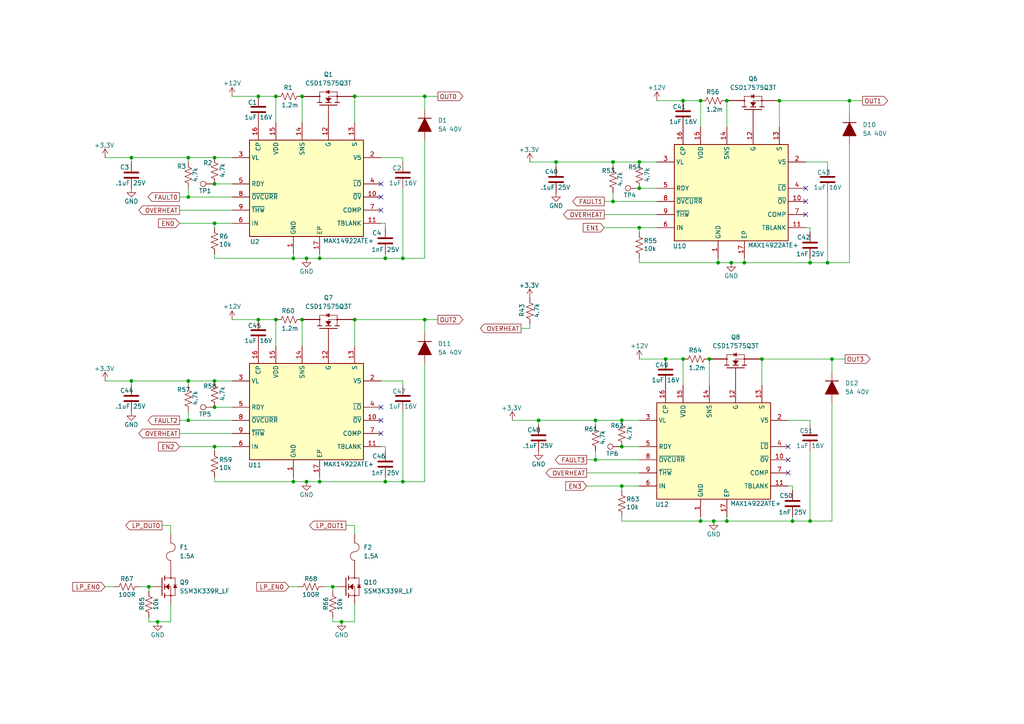
<source format=kicad_sch>
(kicad_sch (version 20231120) (generator "eeschema") (generator_version "8.0")
  (paper "A4")
  (lib_symbols
    (symbol "Sullivan-Labs:CAP_.1uF_25V_0402" (pin_numbers hide) (pin_names (offset 0.254) hide)
      (property "Reference" "C" (at 0.635 2.54 0))
      (property "Value" ".1uF 25V" (at 0.635 -2.54 0))
      (symbol "CAP_.1uF_25V_0402_1_1"
        (pin passive line (at 0 3.81 270) (length 2.794) (name "~") (number "1"))
        (pin passive line (at 0 -3.81 90) (length 2.794) (name "~") (number "2"))
      )
    )
    (symbol "Sullivan-Labs:CAP_1nF_25V_0402" (pin_numbers hide) (pin_names (offset 0.254) hide)
      (property "Reference" "C" (at 0.635 2.54 0))
      (property "Value" "1nF 25V" (at 0.635 -2.54 0))
      (symbol "CAP_1nF_25V_0402_1_1"
        (pin passive line (at 0 3.81 270) (length 2.794) (name "~") (number "1"))
        (pin passive line (at 0 -3.81 90) (length 2.794) (name "~") (number "2"))
      )
    )
    (symbol "Sullivan-Labs:CAP_1uF_16V_0402" (pin_numbers hide) (pin_names (offset 0.254) hide)
      (property "Reference" "C" (at 0.635 2.54 0))
      (property "Value" "1uF 16V" (at 0.635 -2.54 0))
      (symbol "CAP_1uF_16V_0402_1_1"
        (pin passive line (at 0 3.81 270) (length 2.794) (name "~") (number "1"))
        (pin passive line (at 0 -3.81 90) (length 2.794) (name "~") (number "2"))
      )
    )
    (symbol "Sullivan-Labs:DIODE 5A 40V Schottkey" (pin_numbers hide) (pin_names hide)
      (property "Reference" "D" (at 0.762 4.318 0))
      (property "Value" "5A 40V" (at 1.016 -3.048 0))
      (symbol "DIODE 5A 40V Schottkey_1_1"
        (pin passive line (at 0 0 0) (length 2.54) (name "K") (number "1"))
        (pin passive line (at 8.89 0 180) (length 2.54) (name "A") (number "2"))
      )
    )
    (symbol "Sullivan-Labs:FUSE 1.5A Fast Blow" (pin_numbers hide) (pin_names (offset 1.016) hide)
      (property "Reference" "F" (at -4.318 1.016 0))
      (property "Value" "1.5A" (at -3.556 -2.794 0))
      (symbol "FUSE 1.5A Fast Blow_0_0"
        (pin passive line (at -5.08 0 0) (length 2.54) (name "~") (number "1"))
        (pin passive line (at 5.08 0 180) (length 2.54) (name "~") (number "2"))
      )
    )
    (symbol "Sullivan-Labs:IC High Side Switch Ex FET"
      (property "Reference" "U" (at 21.59 15.24 0))
      (property "Value" "MAX14922ATE+" (at 21.59 12.7 0))
      (symbol "IC High Side Switch Ex FET_1_1"
        (pin passive line (at 17.78 -22.86 90) (length 5.08) (name "GND") (number "1"))
        (pin passive line (at 43.18 -6.35 180) (length 5.08) (name "~{OV}") (number "10"))
        (pin passive line (at 43.18 -13.97 180) (length 5.08) (name "TBLANK") (number "11"))
        (pin passive line (at 27.94 15.24 270) (length 5.08) (name "G") (number "12"))
        (pin passive line (at 35.56 15.24 270) (length 5.08) (name "S") (number "13"))
        (pin passive line (at 20.32 15.24 270) (length 5.08) (name "SNS") (number "14"))
        (pin passive line (at 12.7 15.24 270) (length 5.08) (name "VDD") (number "15"))
        (pin passive line (at 7.62 15.24 270) (length 5.08) (name "CP") (number "16"))
        (pin passive line (at 25.4 -22.86 90) (length 5.08) (name "EP") (number "17"))
        (pin passive line (at 43.18 5.08 180) (length 5.08) (name "V5") (number "2"))
        (pin passive line (at 0 5.08 0) (length 5.08) (name "VL") (number "3"))
        (pin passive line (at 43.18 -2.54 180) (length 5.08) (name "~{LO}") (number "4"))
        (pin passive line (at 0 -2.54 0) (length 5.08) (name "RDY") (number "5"))
        (pin passive line (at 0 -13.97 0) (length 5.08) (name "IN") (number "6"))
        (pin passive line (at 43.18 -10.16 180) (length 5.08) (name "COMP") (number "7"))
        (pin passive line (at 0 -6.35 0) (length 5.08) (name "~{OVCURR}") (number "8"))
        (pin passive line (at 0 -10.16 0) (length 5.08) (name "~{THW}") (number "9"))
      )
    )
    (symbol "Sullivan-Labs:NMOS 40V 2A" (pin_numbers hide) (pin_names (offset 0.254) hide)
      (property "Reference" "Q" (at -3.048 -3.048 0))
      (property "Value" "SSM3K339R_LF" (at -3.048 -11.938 0))
      (symbol "NMOS 40V 2A_0_1"
        (pin unspecified line (at 1.27 -7.62 0) (length 2.54) (name "1") (number "1"))
        (pin unspecified line (at 6.35 -12.7 90) (length 2.54) (name "2") (number "2"))
        (pin unspecified line (at 6.35 -2.54 270) (length 2.54) (name "3") (number "3"))
      )
    )
    (symbol "Sullivan-Labs:NMOS 60A 30V" (pin_numbers hide) (pin_names (offset 1.016) hide)
      (property "Reference" "Q" (at -12.7 8.62 0))
      (property "Value" "CSD17575Q3T" (at -12.7 -11.62 0))
      (symbol "NMOS 60A 30V_0_0"
        (pin bidirectional line (at 2.54 -7.62 90) (length 5.08) (name "S") (number "1"))
        (pin bidirectional line (at 2.54 -7.62 90) (length 5.08) (name "S") (number "2"))
        (pin bidirectional line (at 2.54 -7.62 90) (length 5.08) (name "S") (number "3"))
        (pin bidirectional line (at -5.08 0 0) (length 5.08) (name "G") (number "4"))
        (pin bidirectional line (at 2.54 7.62 270) (length 5.08) (name "D") (number "5"))
        (pin bidirectional line (at 2.54 7.62 270) (length 5.08) (name "D") (number "6"))
        (pin bidirectional line (at 2.54 7.62 270) (length 5.08) (name "D") (number "7"))
        (pin bidirectional line (at 2.54 7.62 270) (length 5.08) (name "D") (number "8"))
        (pin bidirectional line (at 2.54 7.62 270) (length 5.08) (name "D") (number "9"))
      )
    )
    (symbol "Sullivan-Labs:RES_1.2m_2512" (pin_numbers hide) (pin_names (offset 0) hide)
      (property "Reference" "R" (at 2.54 0 90))
      (property "Value" "1.2m" (at -2.54 0 90))
      (symbol "RES_1.2m_2512_1_1"
        (pin passive line (at 0 3.81 270) (length 1.27) (name "~") (number "1"))
        (pin passive line (at 0 -3.81 90) (length 1.27) (name "~") (number "2"))
      )
    )
    (symbol "Sullivan-Labs:RES_100R_0402" (pin_numbers hide) (pin_names (offset 0) hide)
      (property "Reference" "R" (at 2.54 0 90))
      (property "Value" "100R" (at -2.54 0 90))
      (symbol "RES_100R_0402_1_1"
        (pin passive line (at 0 3.81 270) (length 1.27) (name "~") (number "1"))
        (pin passive line (at 0 -3.81 90) (length 1.27) (name "~") (number "2"))
      )
    )
    (symbol "Sullivan-Labs:RES_10k_0402" (pin_numbers hide) (pin_names (offset 0) hide)
      (property "Reference" "R" (at 2.54 0 90))
      (property "Value" "10k" (at -2.54 0 90))
      (symbol "RES_10k_0402_1_1"
        (pin passive line (at 0 3.81 270) (length 1.27) (name "~") (number "1"))
        (pin passive line (at 0 -3.81 90) (length 1.27) (name "~") (number "2"))
      )
    )
    (symbol "Sullivan-Labs:RES_4.7k_0402" (pin_numbers hide) (pin_names (offset 0) hide)
      (property "Reference" "R" (at 2.54 0 90))
      (property "Value" "4.7k" (at -2.54 0 90))
      (symbol "RES_4.7k_0402_1_1"
        (pin passive line (at 0 3.81 270) (length 1.27) (name "~") (number "1"))
        (pin passive line (at 0 -3.81 90) (length 1.27) (name "~") (number "2"))
      )
    )
    (symbol "Sullivan-Labs:TP 1mm Circle" (pin_numbers hide) (pin_names (offset 0.762) hide) (in_bom no)
      (property "Reference" "TP" (at 0 6.858 0))
      (symbol "TP 1mm Circle_1_1"
        (pin passive line (at 0 0 90) (length 2.54) (name "1") (number "1"))
      )
    )
    (symbol "power:+12V" (power) (pin_numbers hide) (pin_names (offset 0) hide)
      (property "Value" "+12V" (at 0 3.556 0))
      (symbol "+12V_1_1"
        (pin power_in line (at 0 0 90) (length 0) (name "~") (number "1"))
      )
    )
    (symbol "power:+3.3V" (power) (pin_numbers hide) (pin_names (offset 0) hide)
      (property "Value" "+3.3V" (at 0 3.556 0))
      (symbol "+3.3V_1_1"
        (pin power_in line (at 0 0 90) (length 0) (name "~") (number "1"))
      )
    )
    (symbol "power:GND" (power) (pin_numbers hide) (pin_names (offset 0) hide)
      (property "Value" "GND" (at 0 -3.81 0))
      (symbol "GND_1_1"
        (pin power_in line (at 0 0 270) (length 0) (name "~") (number "1"))
      )
    )
  )
  (junction (at 62.23 64.77))
  (junction (at 123.19 27.94))
  (junction (at 43.18 170.18))
  (junction (at 96.52 170.18))
  (junction (at 54.61 57.15))
  (junction (at 208.28 76.2))
  (junction (at 215.9 76.2))
  (junction (at 193.04 104.14))
  (junction (at 185.42 46.99))
  (junction (at 226.06 29.21))
  (junction (at 180.34 121.92))
  (junction (at 180.34 140.97))
  (junction (at 85.09 74.93))
  (junction (at 62.23 45.72))
  (junction (at 172.72 121.92))
  (junction (at 234.95 76.2))
  (junction (at 102.87 92.71))
  (junction (at 172.72 133.35))
  (junction (at 229.87 151.13))
  (junction (at 205.74 104.14))
  (junction (at 92.71 139.7))
  (junction (at 111.76 139.7))
  (junction (at 246.38 29.21))
  (junction (at 87.63 27.94))
  (junction (at 54.61 45.72))
  (junction (at 88.9 74.93))
  (junction (at 80.01 92.71))
  (junction (at 38.1 110.49))
  (junction (at 45.72 180.34))
  (junction (at 116.84 139.7))
  (junction (at 198.12 104.14))
  (junction (at 210.82 29.21))
  (junction (at 92.71 74.93))
  (junction (at 207.01 151.13))
  (junction (at 203.2 29.21))
  (junction (at 180.34 129.54))
  (junction (at 54.61 121.92))
  (junction (at 54.61 110.49))
  (junction (at 241.3 104.14))
  (junction (at 102.87 27.94))
  (junction (at 62.23 53.34))
  (junction (at 177.8 58.42))
  (junction (at 62.23 110.49))
  (junction (at 203.2 151.13))
  (junction (at 38.1 45.72))
  (junction (at 198.12 29.21))
  (junction (at 123.19 92.71))
  (junction (at 80.01 27.94))
  (junction (at 210.82 151.13))
  (junction (at 62.23 118.11))
  (junction (at 185.42 54.61))
  (junction (at 161.29 46.99))
  (junction (at 111.76 74.93))
  (junction (at 74.93 27.94))
  (junction (at 85.09 139.7))
  (junction (at 74.93 92.71))
  (junction (at 220.98 104.14))
  (junction (at 234.95 151.13))
  (junction (at 116.84 74.93))
  (junction (at 156.21 121.92))
  (junction (at 185.42 66.04))
  (junction (at 177.8 46.99))
  (junction (at 62.23 129.54))
  (junction (at 87.63 92.71))
  (junction (at 212.09 76.2))
  (junction (at 88.9 139.7))
  (junction (at 240.03 76.2))
  (junction (at 99.06 180.34))
  (no_connect (at 110.49 125.73))
  (no_connect (at 110.49 57.15))
  (no_connect (at 110.49 118.11))
  (no_connect (at 228.6 137.16))
  (no_connect (at 228.6 133.35))
  (no_connect (at 233.68 54.61))
  (no_connect (at 233.68 58.42))
  (no_connect (at 233.68 62.23))
  (no_connect (at 110.49 53.34))
  (no_connect (at 110.49 121.92))
  (no_connect (at 110.49 60.96))
  (no_connect (at 228.6 129.54))
  (wire (pts (xy 92.71 138.43) (xy 92.71 139.7)))
  (wire (pts (xy 116.84 110.49) (xy 116.84 111.76)))
  (wire (pts (xy 62.23 74.93) (xy 62.23 73.66)))
  (wire (pts (xy 38.1 111.76) (xy 38.1 110.49)))
  (wire (pts (xy 67.31 92.71) (xy 74.93 92.71)))
  (wire (pts (xy 190.5 58.42) (xy 177.8 58.42)))
  (wire (pts (xy 123.19 92.71) (xy 127 92.71)))
  (wire (pts (xy 80.01 35.56) (xy 80.01 27.94)))
  (wire (pts (xy 38.1 110.49) (xy 54.61 110.49)))
  (wire (pts (xy 54.61 57.15) (xy 52.07 57.15)))
  (wire (pts (xy 40.64 170.18) (xy 43.18 170.18)))
  (wire (pts (xy 185.42 66.04) (xy 190.5 66.04)))
  (wire (pts (xy 96.52 180.34) (xy 99.06 180.34)))
  (wire (pts (xy 62.23 110.49) (xy 67.31 110.49)))
  (wire (pts (xy 240.03 46.99) (xy 240.03 48.26)))
  (wire (pts (xy 172.72 121.92) (xy 180.34 121.92)))
  (wire (pts (xy 87.63 92.71) (xy 87.63 100.33)))
  (wire (pts (xy 210.82 151.13) (xy 229.87 151.13)))
  (wire (pts (xy 185.42 76.2) (xy 208.28 76.2)))
  (wire (pts (xy 43.18 179.07) (xy 43.18 180.34)))
  (wire (pts (xy 54.61 121.92) (xy 54.61 119.38)))
  (wire (pts (xy 180.34 121.92) (xy 185.42 121.92)))
  (wire (pts (xy 210.82 29.21) (xy 210.82 36.83)))
  (wire (pts (xy 102.87 92.71) (xy 123.19 92.71)))
  (wire (pts (xy 198.12 29.21) (xy 203.2 29.21)))
  (wire (pts (xy 43.18 180.34) (xy 45.72 180.34)))
  (wire (pts (xy 198.12 111.76) (xy 198.12 104.14)))
  (wire (pts (xy 180.34 151.13) (xy 180.34 149.86)))
  (wire (pts (xy 54.61 121.92) (xy 52.07 121.92)))
  (wire (pts (xy 54.61 45.72) (xy 62.23 45.72)))
  (wire (pts (xy 233.68 46.99) (xy 240.03 46.99)))
  (wire (pts (xy 62.23 118.11) (xy 67.31 118.11)))
  (wire (pts (xy 92.71 73.66) (xy 92.71 74.93)))
  (wire (pts (xy 62.23 64.77) (xy 67.31 64.77)))
  (wire (pts (xy 210.82 149.86) (xy 210.82 151.13)))
  (wire (pts (xy 74.93 27.94) (xy 80.01 27.94)))
  (wire (pts (xy 87.63 27.94) (xy 87.63 35.56)))
  (wire (pts (xy 220.98 104.14) (xy 241.3 104.14)))
  (wire (pts (xy 43.18 170.18) (xy 44.45 170.18)))
  (wire (pts (xy 54.61 111.76) (xy 54.61 110.49)))
  (wire (pts (xy 62.23 130.81) (xy 62.23 129.54)))
  (wire (pts (xy 52.07 64.77) (xy 62.23 64.77)))
  (wire (pts (xy 93.98 170.18) (xy 96.52 170.18)))
  (wire (pts (xy 85.09 138.43) (xy 85.09 139.7)))
  (wire (pts (xy 38.1 45.72) (xy 54.61 45.72)))
  (wire (pts (xy 111.76 64.77) (xy 111.76 66.04)))
  (wire (pts (xy 30.48 110.49) (xy 38.1 110.49)))
  (wire (pts (xy 185.42 54.61) (xy 190.5 54.61)))
  (wire (pts (xy 172.72 123.19) (xy 172.72 121.92)))
  (wire (pts (xy 30.48 170.18) (xy 33.02 170.18)))
  (wire (pts (xy 241.3 104.14) (xy 245.11 104.14)))
  (wire (pts (xy 123.19 105.41) (xy 123.19 139.7)))
  (wire (pts (xy 190.5 29.21) (xy 198.12 29.21)))
  (wire (pts (xy 85.09 74.93) (xy 88.9 74.93)))
  (wire (pts (xy 92.71 74.93) (xy 111.76 74.93)))
  (wire (pts (xy 110.49 110.49) (xy 116.84 110.49)))
  (wire (pts (xy 102.87 175.26) (xy 102.87 180.34)))
  (wire (pts (xy 161.29 46.99) (xy 177.8 46.99)))
  (wire (pts (xy 185.42 67.31) (xy 185.42 66.04)))
  (wire (pts (xy 67.31 27.94) (xy 74.93 27.94)))
  (wire (pts (xy 185.42 76.2) (xy 185.42 74.93)))
  (wire (pts (xy 123.19 74.93) (xy 116.84 74.93)))
  (wire (pts (xy 62.23 53.34) (xy 67.31 53.34)))
  (wire (pts (xy 123.19 27.94) (xy 127 27.94)))
  (wire (pts (xy 102.87 100.33) (xy 102.87 92.71)))
  (wire (pts (xy 111.76 73.66) (xy 111.76 74.93)))
  (wire (pts (xy 229.87 149.86) (xy 229.87 151.13)))
  (wire (pts (xy 111.76 74.93) (xy 116.84 74.93)))
  (wire (pts (xy 62.23 139.7) (xy 85.09 139.7)))
  (wire (pts (xy 67.31 57.15) (xy 54.61 57.15)))
  (wire (pts (xy 246.38 29.21) (xy 246.38 33.02)))
  (wire (pts (xy 215.9 76.2) (xy 234.95 76.2)))
  (wire (pts (xy 85.09 73.66) (xy 85.09 74.93)))
  (wire (pts (xy 177.8 58.42) (xy 175.26 58.42)))
  (wire (pts (xy 234.95 130.81) (xy 234.95 151.13)))
  (wire (pts (xy 99.06 180.34) (xy 102.87 180.34)))
  (wire (pts (xy 180.34 129.54) (xy 185.42 129.54)))
  (wire (pts (xy 229.87 151.13) (xy 234.95 151.13)))
  (wire (pts (xy 185.42 133.35) (xy 172.72 133.35)))
  (wire (pts (xy 123.19 27.94) (xy 123.19 31.75)))
  (wire (pts (xy 220.98 111.76) (xy 220.98 104.14)))
  (wire (pts (xy 175.26 66.04) (xy 185.42 66.04)))
  (wire (pts (xy 212.09 76.2) (xy 215.9 76.2)))
  (wire (pts (xy 116.84 54.61) (xy 116.84 74.93)))
  (wire (pts (xy 116.84 119.38) (xy 116.84 139.7)))
  (wire (pts (xy 102.87 152.4) (xy 102.87 154.94)))
  (wire (pts (xy 80.01 100.33) (xy 80.01 92.71)))
  (wire (pts (xy 74.93 92.71) (xy 80.01 92.71)))
  (wire (pts (xy 116.84 45.72) (xy 116.84 46.99)))
  (wire (pts (xy 52.07 125.73) (xy 67.31 125.73)))
  (wire (pts (xy 228.6 121.92) (xy 234.95 121.92)))
  (wire (pts (xy 45.72 180.34) (xy 49.53 180.34)))
  (wire (pts (xy 96.52 170.18) (xy 97.79 170.18)))
  (wire (pts (xy 151.13 95.25) (xy 153.67 95.25)))
  (wire (pts (xy 170.18 140.97) (xy 180.34 140.97)))
  (wire (pts (xy 246.38 41.91) (xy 246.38 76.2)))
  (wire (pts (xy 62.23 139.7) (xy 62.23 138.43)))
  (wire (pts (xy 54.61 110.49) (xy 62.23 110.49)))
  (wire (pts (xy 92.71 139.7) (xy 111.76 139.7)))
  (wire (pts (xy 246.38 76.2) (xy 240.03 76.2)))
  (wire (pts (xy 241.3 104.14) (xy 241.3 107.95)))
  (wire (pts (xy 100.33 152.4) (xy 102.87 152.4)))
  (wire (pts (xy 38.1 46.99) (xy 38.1 45.72)))
  (wire (pts (xy 54.61 57.15) (xy 54.61 54.61)))
  (wire (pts (xy 111.76 139.7) (xy 116.84 139.7)))
  (wire (pts (xy 54.61 46.99) (xy 54.61 45.72)))
  (wire (pts (xy 62.23 66.04) (xy 62.23 64.77)))
  (wire (pts (xy 205.74 104.14) (xy 205.74 111.76)))
  (wire (pts (xy 123.19 92.71) (xy 123.19 96.52)))
  (wire (pts (xy 175.26 62.23) (xy 190.5 62.23)))
  (wire (pts (xy 62.23 74.93) (xy 85.09 74.93)))
  (wire (pts (xy 177.8 48.26) (xy 177.8 46.99)))
  (wire (pts (xy 153.67 93.98) (xy 153.67 95.25)))
  (wire (pts (xy 49.53 175.26) (xy 49.53 180.34)))
  (wire (pts (xy 111.76 138.43) (xy 111.76 139.7)))
  (wire (pts (xy 62.23 45.72) (xy 67.31 45.72)))
  (wire (pts (xy 180.34 140.97) (xy 185.42 140.97)))
  (wire (pts (xy 161.29 48.26) (xy 161.29 46.99)))
  (wire (pts (xy 185.42 46.99) (xy 190.5 46.99)))
  (wire (pts (xy 96.52 179.07) (xy 96.52 180.34)))
  (wire (pts (xy 148.59 121.92) (xy 156.21 121.92)))
  (wire (pts (xy 240.03 55.88) (xy 240.03 76.2)))
  (wire (pts (xy 110.49 45.72) (xy 116.84 45.72)))
  (wire (pts (xy 241.3 151.13) (xy 234.95 151.13)))
  (wire (pts (xy 203.2 149.86) (xy 203.2 151.13)))
  (wire (pts (xy 172.72 133.35) (xy 172.72 130.81)))
  (wire (pts (xy 88.9 74.93) (xy 92.71 74.93)))
  (wire (pts (xy 52.07 60.96) (xy 67.31 60.96)))
  (wire (pts (xy 207.01 151.13) (xy 210.82 151.13)))
  (wire (pts (xy 180.34 142.24) (xy 180.34 140.97)))
  (wire (pts (xy 110.49 129.54) (xy 111.76 129.54)))
  (wire (pts (xy 49.53 152.4) (xy 49.53 154.94)))
  (wire (pts (xy 208.28 74.93) (xy 208.28 76.2)))
  (wire (pts (xy 234.95 66.04) (xy 234.95 67.31)))
  (wire (pts (xy 233.68 66.04) (xy 234.95 66.04)))
  (wire (pts (xy 185.42 104.14) (xy 193.04 104.14)))
  (wire (pts (xy 246.38 29.21) (xy 250.19 29.21)))
  (wire (pts (xy 153.67 46.99) (xy 161.29 46.99)))
  (wire (pts (xy 228.6 140.97) (xy 229.87 140.97)))
  (wire (pts (xy 30.48 45.72) (xy 38.1 45.72)))
  (wire (pts (xy 208.28 76.2) (xy 212.09 76.2)))
  (wire (pts (xy 215.9 74.93) (xy 215.9 76.2)))
  (wire (pts (xy 203.2 151.13) (xy 207.01 151.13)))
  (wire (pts (xy 96.52 170.18) (xy 96.52 171.45)))
  (wire (pts (xy 102.87 35.56) (xy 102.87 27.94)))
  (wire (pts (xy 170.18 137.16) (xy 185.42 137.16)))
  (wire (pts (xy 52.07 129.54) (xy 62.23 129.54)))
  (wire (pts (xy 110.49 64.77) (xy 111.76 64.77)))
  (wire (pts (xy 241.3 116.84) (xy 241.3 151.13)))
  (wire (pts (xy 43.18 170.18) (xy 43.18 171.45)))
  (wire (pts (xy 229.87 140.97) (xy 229.87 142.24)))
  (wire (pts (xy 111.76 129.54) (xy 111.76 130.81)))
  (wire (pts (xy 102.87 27.94) (xy 123.19 27.94)))
  (wire (pts (xy 85.09 139.7) (xy 88.9 139.7)))
  (wire (pts (xy 226.06 36.83) (xy 226.06 29.21)))
  (wire (pts (xy 156.21 123.19) (xy 156.21 121.92)))
  (wire (pts (xy 156.21 121.92) (xy 172.72 121.92)))
  (wire (pts (xy 172.72 133.35) (xy 170.18 133.35)))
  (wire (pts (xy 226.06 29.21) (xy 246.38 29.21)))
  (wire (pts (xy 67.31 121.92) (xy 54.61 121.92)))
  (wire (pts (xy 234.95 76.2) (xy 240.03 76.2)))
  (wire (pts (xy 234.95 74.93) (xy 234.95 76.2)))
  (wire (pts (xy 123.19 40.64) (xy 123.19 74.93)))
  (wire (pts (xy 88.9 139.7) (xy 92.71 139.7)))
  (wire (pts (xy 46.99 152.4) (xy 49.53 152.4)))
  (wire (pts (xy 62.23 129.54) (xy 67.31 129.54)))
  (wire (pts (xy 203.2 36.83) (xy 203.2 29.21)))
  (wire (pts (xy 83.82 170.18) (xy 86.36 170.18)))
  (wire (pts (xy 177.8 58.42) (xy 177.8 55.88)))
  (wire (pts (xy 123.19 139.7) (xy 116.84 139.7)))
  (wire (pts (xy 177.8 46.99) (xy 185.42 46.99)))
  (wire (pts (xy 234.95 121.92) (xy 234.95 123.19)))
  (wire (pts (xy 180.34 151.13) (xy 203.2 151.13)))
  (wire (pts (xy 193.04 104.14) (xy 198.12 104.14)))
  (global_label "FAULT3" (shape output) (at 170.18 133.35 180) (property "Intersheetrefs" "${INTERSHEET_REFS}" (effects (hide yes))))
  (global_label "FAULT2" (shape output) (at 52.07 121.92 180) (property "Intersheetrefs" "${INTERSHEET_REFS}" (effects (hide yes))))
  (global_label "EN1" (shape input) (at 175.26 66.04 180) (property "Intersheetrefs" "${INTERSHEET_REFS}" (effects (hide yes))))
  (global_label "OUT0" (shape output) (at 127 27.94 0) (property "Intersheetrefs" "${INTERSHEET_REFS}" (effects (hide yes))))
  (global_label "LP_EN0" (shape input) (at 83.82 170.18 180) (property "Intersheetrefs" "${INTERSHEET_REFS}" (effects (hide yes))))
  (global_label "OUT3" (shape output) (at 245.11 104.14 0) (property "Intersheetrefs" "${INTERSHEET_REFS}" (effects (hide yes))))
  (global_label "LP_OUT0" (shape output) (at 46.99 152.4 180) (property "Intersheetrefs" "${INTERSHEET_REFS}" (effects (hide yes))))
  (global_label "OVERHEAT" (shape output) (at 170.18 137.16 180) (property "Intersheetrefs" "${INTERSHEET_REFS}" (effects (hide yes))))
  (global_label "FAULT0" (shape output) (at 52.07 57.15 180) (property "Intersheetrefs" "${INTERSHEET_REFS}" (effects (hide yes))))
  (global_label "EN0" (shape input) (at 52.07 64.77 180) (property "Intersheetrefs" "${INTERSHEET_REFS}" (effects (hide yes))))
  (global_label "EN2" (shape input) (at 52.07 129.54 180) (property "Intersheetrefs" "${INTERSHEET_REFS}" (effects (hide yes))))
  (global_label "OVERHEAT" (shape output) (at 52.07 60.96 180) (property "Intersheetrefs" "${INTERSHEET_REFS}" (effects (hide yes))))
  (global_label "OUT1" (shape output) (at 250.19 29.21 0) (property "Intersheetrefs" "${INTERSHEET_REFS}" (effects (hide yes))))
  (global_label "FAULT1" (shape output) (at 175.26 58.42 180) (property "Intersheetrefs" "${INTERSHEET_REFS}" (effects (hide yes))))
  (global_label "EN3" (shape input) (at 170.18 140.97 180) (property "Intersheetrefs" "${INTERSHEET_REFS}" (effects (hide yes))))
  (global_label "OVERHEAT" (shape output) (at 52.07 125.73 180) (property "Intersheetrefs" "${INTERSHEET_REFS}" (effects (hide yes))))
  (global_label "LP_EN0" (shape input) (at 30.48 170.18 180) (property "Intersheetrefs" "${INTERSHEET_REFS}" (effects (hide yes))))
  (global_label "LP_OUT1" (shape output) (at 100.33 152.4 180) (property "Intersheetrefs" "${INTERSHEET_REFS}" (effects (hide yes))))
  (global_label "OVERHEAT" (shape output) (at 151.13 95.25 180) (property "Intersheetrefs" "${INTERSHEET_REFS}" (effects (hide yes))))
  (global_label "OVERHEAT" (shape output) (at 175.26 62.23 180) (property "Intersheetrefs" "${INTERSHEET_REFS}" (effects (hide yes))))
  (global_label "OUT2" (shape output) (at 127 92.71 0) (property "Intersheetrefs" "${INTERSHEET_REFS}" (effects (hide yes))))
  (symbol (lib_id "Sullivan-Labs:RES_10k_0402") (at 62.23 69.85 0) (unit 1)
    (property "Reference" "R6" (at 63.5 68.58 0) (effects (justify left)))
    (property "Value" "10k" (at 63.5 70.866 0) (effects (justify left)))
    (property "Footprint" "Sullivan-Labs:R_0402_1005Metric" (effects (hide yes)))
    (property "Description" "10kOhm 5% 0402 Resistor" (effects (hide yes)))
    (property "Manufacturer" "Yageo" (effects (hide yes)))
    (property "PN" "AC0402JR-0710KL" (effects (hide yes)))
  )
  (symbol (lib_id "power:GND") (at 45.72 180.34 0) (unit 1)
    (property "Reference" "#PWR031" (effects (hide yes)))
    (property "Value" "GND" (at 45.72 184.15 0))
    (property "Description" "Power symbol creates a global label with name \"GND\" , ground" (effects (hide yes)))
  )
  (symbol (lib_id "Sullivan-Labs:CAP_1uF_16V_0402") (at 234.95 127 0) (unit 1)
    (property "Reference" "C51" (at 231.902 124.968 0) (effects (justify left)))
    (property "Value" "1uF 16V" (at 230.886 129.286 0) (effects (justify left)))
    (property "Footprint" "Sullivan-Labs:C_0402_1005Metric" (effects (hide yes)))
    (property "Description" "1uF 16V 10% 0402 Capacitor" (effects (hide yes)))
    (property "Manufacturer" "Samsung Electro-Mechanics" (effects (hide yes)))
    (property "PN" "CL05A105KO5NNNC" (effects (hide yes)))
  )
  (symbol (lib_id "power:+12V") (at 67.31 27.94 0) (unit 1)
    (property "Reference" "#PWR04" (effects (hide yes)))
    (property "Value" "+12V" (at 67.31 24.13 0))
    (property "Description" "Power symbol creates a global label with name \"+12V\"" (effects (hide yes)))
  )
  (symbol (lib_id "power:GND") (at 38.1 119.38 0) (unit 1)
    (property "Reference" "#PWR068" (effects (hide yes)))
    (property "Value" "GND" (at 38.1 123.19 0))
    (property "Description" "Power symbol creates a global label with name \"GND\" , ground" (effects (hide yes)))
  )
  (symbol (lib_id "Sullivan-Labs:CAP_1nF_25V_0402") (at 111.76 134.62 0) (unit 1)
    (property "Reference" "C46" (at 107.95 132.334 0) (effects (justify left)))
    (property "Value" "1nF 25V" (at 107.696 137.16 0) (effects (justify left)))
    (property "Footprint" "Sullivan-Labs:C_0402_1005Metric" (effects (hide yes)))
    (property "Description" "1nF 25V 5% 0402 Capacitor" (effects (hide yes)))
    (property "Manufacturer" "Murata Electronics" (effects (hide yes)))
    (property "PN" "GRT1555C1E102JA02J" (effects (hide yes)))
  )
  (symbol (lib_id "Sullivan-Labs:CAP_.1uF_25V_0402") (at 38.1 115.57 0) (unit 1)
    (property "Reference" "C44" (at 34.798 113.284 0) (effects (justify left)))
    (property "Value" ".1uF 25V" (at 33.528 117.856 0) (effects (justify left)))
    (property "Footprint" "Sullivan-Labs:C_0402_1005Metric" (effects (hide yes)))
    (property "Description" ".1uF 25V 10% 0402 Capacitor" (effects (hide yes)))
    (property "Manufacturer" "Yageo" (effects (hide yes)))
    (property "PN" "CC0402KRX7R8BB104" (effects (hide yes)))
  )
  (symbol (lib_id "power:+3.3V") (at 153.67 46.99 0) (unit 1)
    (property "Reference" "#PWR063" (effects (hide yes)))
    (property "Value" "+3.3V" (at 153.416 43.434 0))
    (property "Description" "Power symbol creates a global label with name \"+3.3V\"" (effects (hide yes)))
  )
  (symbol (lib_id "Sullivan-Labs:NMOS 60A 30V") (at 213.36 106.68 90) (unit 1)
    (property "Reference" "Q8" (at 213.36 97.79 90))
    (property "Value" "CSD17575Q3T" (at 213.36 100.33 90))
    (property "Footprint" "Sullivan-Labs:TRANS_CSD17308Q3" (effects (hide yes)))
    (property "Description" "MOSFETs 30V,NCh NexFET Pwr MOSFET" (effects (hide yes)))
    (property "Manufacturer" "Texas Instruments" (effects (hide yes)))
    (property "PN" "CSD17575Q3T" (effects (hide yes)))
  )
  (symbol (lib_id "Sullivan-Labs:RES_4.7k_0402") (at 172.72 127 0) (unit 1)
    (property "Reference" "R61" (at 169.418 124.46 0) (effects (justify left)))
    (property "Value" "4.7k" (at 174.752 129.032 90) (effects (justify left)))
    (property "Footprint" "Sullivan-Labs:R_0402_1005Metric" (effects (hide yes)))
    (property "Description" "4.7kOhm 1% 0402 Resistor" (effects (hide yes)))
    (property "Manufacturer" "Yageo" (effects (hide yes)))
    (property "PN" "RC0402FR-074K7L" (effects (hide yes)))
  )
  (symbol (lib_id "Sullivan-Labs:CAP_1nF_25V_0402") (at 229.87 146.05 0) (unit 1)
    (property "Reference" "C50" (at 226.06 143.764 0) (effects (justify left)))
    (property "Value" "1nF 25V" (at 225.806 148.59 0) (effects (justify left)))
    (property "Footprint" "Sullivan-Labs:C_0402_1005Metric" (effects (hide yes)))
    (property "Description" "1nF 25V 5% 0402 Capacitor" (effects (hide yes)))
    (property "Manufacturer" "Murata Electronics" (effects (hide yes)))
    (property "PN" "GRT1555C1E102JA02J" (effects (hide yes)))
  )
  (symbol (lib_id "Sullivan-Labs:CAP_1nF_25V_0402") (at 111.76 69.85 0) (unit 1)
    (property "Reference" "C4" (at 107.95 67.564 0) (effects (justify left)))
    (property "Value" "1nF 25V" (at 107.696 72.39 0) (effects (justify left)))
    (property "Footprint" "Sullivan-Labs:C_0402_1005Metric" (effects (hide yes)))
    (property "Description" "1nF 25V 5% 0402 Capacitor" (effects (hide yes)))
    (property "Manufacturer" "Murata Electronics" (effects (hide yes)))
    (property "PN" "GRT1555C1E102JA02J" (effects (hide yes)))
  )
  (symbol (lib_id "Sullivan-Labs:IC High Side Switch Ex FET") (at 185.42 127 0) (unit 1)
    (property "Reference" "U12" (at 192.024 146.304 0))
    (property "Value" "MAX14922ATE+" (at 219.202 146.05 0))
    (property "Footprint" "Sullivan-Labs:QFN50P300X300X80-17N" (effects (hide yes)))
    (property "Datasheet" "https://pdfserv.maximintegrated.com/en/ds/MAX14922.pdf" (effects (hide yes)))
    (property "Description" "Switching Controllers High-Side Switch Controller" (effects (hide yes)))
    (property "Manufacturer" "Analog Devices" (effects (hide yes)))
    (property "PN" "MAX14922ATE+" (effects (hide yes)))
  )
  (symbol (lib_id "Sullivan-Labs:FUSE 1.5A Fast Blow") (at 102.87 160.02 90) (unit 1)
    (property "Reference" "F2" (at 105.41 158.7499 90) (effects (justify right)))
    (property "Value" "1.5A" (at 105.41 161.2899 90) (effects (justify right)))
    (property "Footprint" "Sullivan-Labs:FUSC1608X56N" (effects (hide yes)))
    (property "Description" "FUSE BRD MNT 1A 32VAC 63VDC 0603" (effects (hide yes)))
    (property "MAXIMUM_PACKAGE_HEIGHT" "0.56mm" (effects (hide yes)))
    (property "Manufacturer" "Belfuse" (effects (hide yes)))
    (property "PN" "C2Q 1" (effects (hide yes)))
  )
  (symbol (lib_id "power:+3.3V") (at 30.48 110.49 0) (unit 1)
    (property "Reference" "#PWR067" (effects (hide yes)))
    (property "Value" "+3.3V" (at 30.226 106.934 0))
    (property "Description" "Power symbol creates a global label with name \"+3.3V\"" (effects (hide yes)))
  )
  (symbol (lib_id "Sullivan-Labs:RES_100R_0402") (at 90.17 170.18 90) (unit 1)
    (property "Reference" "R68" (at 90.17 167.894 90))
    (property "Value" "100R" (at 90.17 172.466 90))
    (property "Footprint" "Sullivan-Labs:R_0402_1005Metric" (effects (hide yes)))
    (property "Description" "100Ohm 1% 0402 Resistor" (effects (hide yes)))
    (property "Manufacturer" "Yageo" (effects (hide yes)))
    (property "PN" "RC0402FR-07100RL" (effects (hide yes)))
  )
  (symbol (lib_id "Sullivan-Labs:NMOS 60A 30V") (at 218.44 31.75 90) (unit 1)
    (property "Reference" "Q6" (at 218.44 22.86 90))
    (property "Value" "CSD17575Q3T" (at 218.44 25.4 90))
    (property "Footprint" "Sullivan-Labs:TRANS_CSD17308Q3" (effects (hide yes)))
    (property "Description" "MOSFETs 30V,NCh NexFET Pwr MOSFET" (effects (hide yes)))
    (property "Manufacturer" "Texas Instruments" (effects (hide yes)))
    (property "PN" "CSD17575Q3T" (effects (hide yes)))
  )
  (symbol (lib_id "Sullivan-Labs:RES_10k_0402") (at 96.52 175.26 0) (unit 1)
    (property "Reference" "R66" (at 94.488 177.038 90) (effects (justify left)))
    (property "Value" "10k" (at 98.552 177.038 90) (effects (justify left)))
    (property "Footprint" "Sullivan-Labs:R_0402_1005Metric" (effects (hide yes)))
    (property "Description" "10kOhm 5% 0402 Resistor" (effects (hide yes)))
    (property "Manufacturer" "Yageo" (effects (hide yes)))
    (property "PN" "AC0402JR-0710KL" (effects (hide yes)))
  )
  (symbol (lib_id "Sullivan-Labs:TP 1mm Circle") (at 62.23 118.11 90) (unit 1) (in_bom no)
    (property "Reference" "TP5" (at 57.658 120.142 90) (effects (justify right)))
    (property "Value" "TestPoint" (effects (hide yes)))
    (property "Footprint" "Sullivan-Labs:TestPoint_Pad_D1.0mm" (effects (hide yes)))
    (property "Description" "test point" (effects (hide yes)))
  )
  (symbol (lib_id "Sullivan-Labs:RES_10k_0402") (at 185.42 71.12 0) (unit 1)
    (property "Reference" "R55" (at 186.69 69.85 0) (effects (justify left)))
    (property "Value" "10k" (at 186.69 72.136 0) (effects (justify left)))
    (property "Footprint" "Sullivan-Labs:R_0402_1005Metric" (effects (hide yes)))
    (property "Description" "10kOhm 5% 0402 Resistor" (effects (hide yes)))
    (property "Manufacturer" "Yageo" (effects (hide yes)))
    (property "PN" "AC0402JR-0710KL" (effects (hide yes)))
  )
  (symbol (lib_id "Sullivan-Labs:RES_1.2m_2512") (at 83.82 27.94 90) (unit 1)
    (property "Reference" "R1" (at 83.566 25.4 90))
    (property "Value" "1.2m" (at 84.074 30.48 90))
    (property "Footprint" "Sullivan-Labs:R_2512_6332Metric_Pad1.40x3.35mm_HandSolder" (effects (hide yes)))
    (property "Description" "1.2mOhm 5W Shunt Resistor" (effects (hide yes)))
    (property "Manufacturer" "VPG Foil Resistors" (effects (hide yes)))
    (property "PN" "Y14830R00120F9R" (effects (hide yes)))
  )
  (symbol (lib_id "Sullivan-Labs:CAP_.1uF_25V_0402") (at 161.29 52.07 0) (unit 1)
    (property "Reference" "C40" (at 157.988 49.784 0) (effects (justify left)))
    (property "Value" ".1uF 25V" (at 156.718 54.356 0) (effects (justify left)))
    (property "Footprint" "Sullivan-Labs:C_0402_1005Metric" (effects (hide yes)))
    (property "Description" ".1uF 25V 10% 0402 Capacitor" (effects (hide yes)))
    (property "Manufacturer" "Yageo" (effects (hide yes)))
    (property "PN" "CC0402KRX7R8BB104" (effects (hide yes)))
  )
  (symbol (lib_id "power:GND") (at 161.29 55.88 0) (unit 1)
    (property "Reference" "#PWR064" (effects (hide yes)))
    (property "Value" "GND" (at 161.29 59.69 0))
    (property "Description" "Power symbol creates a global label with name \"GND\" , ground" (effects (hide yes)))
  )
  (symbol (lib_id "Sullivan-Labs:RES_10k_0402") (at 62.23 134.62 0) (unit 1)
    (property "Reference" "R59" (at 63.5 133.35 0) (effects (justify left)))
    (property "Value" "10k" (at 63.5 135.636 0) (effects (justify left)))
    (property "Footprint" "Sullivan-Labs:R_0402_1005Metric" (effects (hide yes)))
    (property "Description" "10kOhm 5% 0402 Resistor" (effects (hide yes)))
    (property "Manufacturer" "Yageo" (effects (hide yes)))
    (property "PN" "AC0402JR-0710KL" (effects (hide yes)))
  )
  (symbol (lib_id "Sullivan-Labs:NMOS 40V 2A") (at 96.52 162.56 0) (unit 1)
    (property "Reference" "Q10" (at 105.41 168.9099 0) (effects (justify left)))
    (property "Value" "SSM3K339R_LF" (at 105.41 171.4499 0) (effects (justify left)))
    (property "Footprint" "Sullivan-Labs:SOT-23F_TOS" (effects (hide yes)))
    (property "Description" "MOSFET N-CH 40V 2A SOT-23F" (effects (hide yes)))
    (property "Manufacturer" "Toshiba Semiconductor and Storage" (effects (hide yes)))
    (property "PN" "SSM3K339R,LF" (effects (hide yes)))
  )
  (symbol (lib_id "power:GND") (at 99.06 180.34 0) (unit 1)
    (property "Reference" "#PWR079" (effects (hide yes)))
    (property "Value" "GND" (at 99.06 184.15 0))
    (property "Description" "Power symbol creates a global label with name \"GND\" , ground" (effects (hide yes)))
  )
  (symbol (lib_id "Sullivan-Labs:RES_1.2m_2512") (at 207.01 29.21 90) (unit 1)
    (property "Reference" "R56" (at 206.756 26.67 90))
    (property "Value" "1.2m" (at 207.264 31.75 90))
    (property "Footprint" "Sullivan-Labs:R_2512_6332Metric_Pad1.40x3.35mm_HandSolder" (effects (hide yes)))
    (property "Description" "1.2mOhm 5W Shunt Resistor" (effects (hide yes)))
    (property "Manufacturer" "VPG Foil Resistors" (effects (hide yes)))
    (property "PN" "Y14830R00120F9R" (effects (hide yes)))
  )
  (symbol (lib_id "power:GND") (at 88.9 74.93 0) (unit 1)
    (property "Reference" "#PWR01" (effects (hide yes)))
    (property "Value" "GND" (at 88.9 78.74 0))
    (property "Description" "Power symbol creates a global label with name \"GND\" , ground" (effects (hide yes)))
  )
  (symbol (lib_id "power:+12V") (at 185.42 104.14 0) (unit 1)
    (property "Reference" "#PWR073" (effects (hide yes)))
    (property "Value" "+12V" (at 185.42 100.33 0))
    (property "Description" "Power symbol creates a global label with name \"+12V\"" (effects (hide yes)))
  )
  (symbol (lib_id "Sullivan-Labs:RES_4.7k_0402") (at 185.42 50.8 0) (unit 1)
    (property "Reference" "R54" (at 182.118 48.514 0) (effects (justify left)))
    (property "Value" "4.7k" (at 187.706 52.832 90) (effects (justify left)))
    (property "Footprint" "Sullivan-Labs:R_0402_1005Metric" (effects (hide yes)))
    (property "Description" "4.7kOhm 1% 0402 Resistor" (effects (hide yes)))
    (property "Manufacturer" "Yageo" (effects (hide yes)))
    (property "PN" "RC0402FR-074K7L" (effects (hide yes)))
  )
  (symbol (lib_id "Sullivan-Labs:CAP_1uF_16V_0402") (at 116.84 115.57 0) (unit 1)
    (property "Reference" "C47" (at 113.792 113.538 0) (effects (justify left)))
    (property "Value" "1uF 16V" (at 112.776 117.856 0) (effects (justify left)))
    (property "Footprint" "Sullivan-Labs:C_0402_1005Metric" (effects (hide yes)))
    (property "Description" "1uF 16V 10% 0402 Capacitor" (effects (hide yes)))
    (property "Manufacturer" "Samsung Electro-Mechanics" (effects (hide yes)))
    (property "PN" "CL05A105KO5NNNC" (effects (hide yes)))
  )
  (symbol (lib_id "Sullivan-Labs:CAP_1uF_16V_0402") (at 240.03 52.07 0) (unit 1)
    (property "Reference" "C43" (at 236.982 50.038 0) (effects (justify left)))
    (property "Value" "1uF 16V" (at 235.966 54.356 0) (effects (justify left)))
    (property "Footprint" "Sullivan-Labs:C_0402_1005Metric" (effects (hide yes)))
    (property "Description" "1uF 16V 10% 0402 Capacitor" (effects (hide yes)))
    (property "Manufacturer" "Samsung Electro-Mechanics" (effects (hide yes)))
    (property "PN" "CL05A105KO5NNNC" (effects (hide yes)))
  )
  (symbol (lib_id "Sullivan-Labs:RES_4.7k_0402") (at 54.61 50.8 0) (unit 1)
    (property "Reference" "R3" (at 51.308 48.26 0) (effects (justify left)))
    (property "Value" "4.7k" (at 56.642 52.832 90) (effects (justify left)))
    (property "Footprint" "Sullivan-Labs:R_0402_1005Metric" (effects (hide yes)))
    (property "Description" "4.7kOhm 1% 0402 Resistor" (effects (hide yes)))
    (property "Manufacturer" "Yageo" (effects (hide yes)))
    (property "PN" "RC0402FR-074K7L" (effects (hide yes)))
  )
  (symbol (lib_id "Sullivan-Labs:IC High Side Switch Ex FET") (at 67.31 50.8 0) (unit 1)
    (property "Reference" "U2" (at 73.914 70.104 0))
    (property "Value" "MAX14922ATE+" (at 101.092 69.85 0))
    (property "Footprint" "Sullivan-Labs:QFN50P300X300X80-17N" (effects (hide yes)))
    (property "Datasheet" "https://pdfserv.maximintegrated.com/en/ds/MAX14922.pdf" (effects (hide yes)))
    (property "Description" "Switching Controllers High-Side Switch Controller" (effects (hide yes)))
    (property "Manufacturer" "Analog Devices" (effects (hide yes)))
    (property "PN" "MAX14922ATE+" (effects (hide yes)))
  )
  (symbol (lib_id "Sullivan-Labs:CAP_1uF_16V_0402") (at 116.84 50.8 0) (unit 1)
    (property "Reference" "C2" (at 113.792 48.768 0) (effects (justify left)))
    (property "Value" "1uF 16V" (at 112.776 53.086 0) (effects (justify left)))
    (property "Footprint" "Sullivan-Labs:C_0402_1005Metric" (effects (hide yes)))
    (property "Description" "1uF 16V 10% 0402 Capacitor" (effects (hide yes)))
    (property "Manufacturer" "Samsung Electro-Mechanics" (effects (hide yes)))
    (property "PN" "CL05A105KO5NNNC" (effects (hide yes)))
  )
  (symbol (lib_id "Sullivan-Labs:RES_4.7k_0402") (at 54.61 115.57 0) (unit 1)
    (property "Reference" "R57" (at 51.308 113.03 0) (effects (justify left)))
    (property "Value" "4.7k" (at 56.642 117.602 90) (effects (justify left)))
    (property "Footprint" "Sullivan-Labs:R_0402_1005Metric" (effects (hide yes)))
    (property "Description" "4.7kOhm 1% 0402 Resistor" (effects (hide yes)))
    (property "Manufacturer" "Yageo" (effects (hide yes)))
    (property "PN" "RC0402FR-074K7L" (effects (hide yes)))
  )
  (symbol (lib_id "Sullivan-Labs:DIODE 5A 40V Schottkey") (at 123.19 31.75 270) (unit 1)
    (property "Reference" "D1" (at 127 34.9249 90) (effects (justify left)))
    (property "Value" "5A 40V" (at 127 37.4649 90) (effects (justify left)))
    (property "Footprint" "Sullivan-Labs:DO-214AC" (effects (hide yes)))
    (property "Datasheet" "https://datasheet.datasheetarchive.com/originals/distributors/DKDS-12/228866.pdf" (effects (hide yes)))
    (property "Description" "Schottky Diodes & Rectifiers 40V, 5A" (effects (hide yes)))
    (property "Manufacturer" "Comchip Technology" (effects (hide yes)))
    (property "PN" "CDBA540-HF" (effects (hide yes)))
  )
  (symbol (lib_id "Sullivan-Labs:CAP_.1uF_25V_0402") (at 156.21 127 0) (unit 1)
    (property "Reference" "C48" (at 152.908 124.714 0) (effects (justify left)))
    (property "Value" ".1uF 25V" (at 151.638 129.286 0) (effects (justify left)))
    (property "Footprint" "Sullivan-Labs:C_0402_1005Metric" (effects (hide yes)))
    (property "Description" ".1uF 25V 10% 0402 Capacitor" (effects (hide yes)))
    (property "Manufacturer" "Yageo" (effects (hide yes)))
    (property "PN" "CC0402KRX7R8BB104" (effects (hide yes)))
  )
  (symbol (lib_id "Sullivan-Labs:CAP_1nF_25V_0402") (at 234.95 71.12 0) (unit 1)
    (property "Reference" "C42" (at 231.14 68.834 0) (effects (justify left)))
    (property "Value" "1nF 25V" (at 230.886 73.66 0) (effects (justify left)))
    (property "Footprint" "Sullivan-Labs:C_0402_1005Metric" (effects (hide yes)))
    (property "Description" "1nF 25V 5% 0402 Capacitor" (effects (hide yes)))
    (property "Manufacturer" "Murata Electronics" (effects (hide yes)))
    (property "PN" "GRT1555C1E102JA02J" (effects (hide yes)))
  )
  (symbol (lib_id "Sullivan-Labs:NMOS 60A 30V") (at 95.25 95.25 90) (unit 1)
    (property "Reference" "Q7" (at 95.25 86.36 90))
    (property "Value" "CSD17575Q3T" (at 95.25 88.9 90))
    (property "Footprint" "Sullivan-Labs:TRANS_CSD17308Q3" (effects (hide yes)))
    (property "Description" "MOSFETs 30V,NCh NexFET Pwr MOSFET" (effects (hide yes)))
    (property "Manufacturer" "Texas Instruments" (effects (hide yes)))
    (property "PN" "CSD17575Q3T" (effects (hide yes)))
  )
  (symbol (lib_id "Sullivan-Labs:TP 1mm Circle") (at 185.42 54.61 90) (unit 1) (in_bom no)
    (property "Reference" "TP4" (at 180.848 56.642 90) (effects (justify right)))
    (property "Value" "TestPoint" (effects (hide yes)))
    (property "Footprint" "Sullivan-Labs:TestPoint_Pad_D1.0mm" (effects (hide yes)))
    (property "Description" "test point" (effects (hide yes)))
  )
  (symbol (lib_id "Sullivan-Labs:RES_10k_0402") (at 43.18 175.26 0) (unit 1)
    (property "Reference" "R65" (at 41.148 177.038 90) (effects (justify left)))
    (property "Value" "10k" (at 45.212 177.038 90) (effects (justify left)))
    (property "Footprint" "Sullivan-Labs:R_0402_1005Metric" (effects (hide yes)))
    (property "Description" "10kOhm 5% 0402 Resistor" (effects (hide yes)))
    (property "Manufacturer" "Yageo" (effects (hide yes)))
    (property "PN" "AC0402JR-0710KL" (effects (hide yes)))
  )
  (symbol (lib_id "Sullivan-Labs:CAP_1uF_16V_0402") (at 198.12 33.02 0) (unit 1)
    (property "Reference" "C41" (at 195.072 30.988 0) (effects (justify left)))
    (property "Value" "1uF 16V" (at 194.056 35.306 0) (effects (justify left)))
    (property "Footprint" "Sullivan-Labs:C_0402_1005Metric" (effects (hide yes)))
    (property "Description" "1uF 16V 10% 0402 Capacitor" (effects (hide yes)))
    (property "Manufacturer" "Samsung Electro-Mechanics" (effects (hide yes)))
    (property "PN" "CL05A105KO5NNNC" (effects (hide yes)))
  )
  (symbol (lib_id "power:+3.3V") (at 30.48 45.72 0) (unit 1)
    (property "Reference" "#PWR03" (effects (hide yes)))
    (property "Value" "+3.3V" (at 30.226 42.164 0))
    (property "Description" "Power symbol creates a global label with name \"+3.3V\"" (effects (hide yes)))
  )
  (symbol (lib_id "Sullivan-Labs:CAP_.1uF_25V_0402") (at 38.1 50.8 0) (unit 1)
    (property "Reference" "C3" (at 34.798 48.514 0) (effects (justify left)))
    (property "Value" ".1uF 25V" (at 33.528 53.086 0) (effects (justify left)))
    (property "Footprint" "Sullivan-Labs:C_0402_1005Metric" (effects (hide yes)))
    (property "Description" ".1uF 25V 10% 0402 Capacitor" (effects (hide yes)))
    (property "Manufacturer" "Yageo" (effects (hide yes)))
    (property "PN" "CC0402KRX7R8BB104" (effects (hide yes)))
  )
  (symbol (lib_id "Sullivan-Labs:RES_4.7k_0402") (at 177.8 52.07 0) (unit 1)
    (property "Reference" "R53" (at 174.498 49.53 0) (effects (justify left)))
    (property "Value" "4.7k" (at 179.832 54.102 90) (effects (justify left)))
    (property "Footprint" "Sullivan-Labs:R_0402_1005Metric" (effects (hide yes)))
    (property "Description" "4.7kOhm 1% 0402 Resistor" (effects (hide yes)))
    (property "Manufacturer" "Yageo" (effects (hide yes)))
    (property "PN" "RC0402FR-074K7L" (effects (hide yes)))
  )
  (symbol (lib_id "Sullivan-Labs:IC High Side Switch Ex FET") (at 67.31 115.57 0) (unit 1)
    (property "Reference" "U11" (at 73.914 134.874 0))
    (property "Value" "MAX14922ATE+" (at 101.092 134.62 0))
    (property "Footprint" "Sullivan-Labs:QFN50P300X300X80-17N" (effects (hide yes)))
    (property "Datasheet" "https://pdfserv.maximintegrated.com/en/ds/MAX14922.pdf" (effects (hide yes)))
    (property "Description" "Switching Controllers High-Side Switch Controller" (effects (hide yes)))
    (property "Manufacturer" "Analog Devices" (effects (hide yes)))
    (property "PN" "MAX14922ATE+" (effects (hide yes)))
  )
  (symbol (lib_id "Sullivan-Labs:NMOS 60A 30V") (at 95.25 30.48 90) (unit 1)
    (property "Reference" "Q1" (at 95.25 21.59 90))
    (property "Value" "CSD17575Q3T" (at 95.25 24.13 90))
    (property "Footprint" "Sullivan-Labs:TRANS_CSD17308Q3" (effects (hide yes)))
    (property "Description" "MOSFETs 30V,NCh NexFET Pwr MOSFET" (effects (hide yes)))
    (property "Manufacturer" "Texas Instruments" (effects (hide yes)))
    (property "PN" "CSD17575Q3T" (effects (hide yes)))
  )
  (symbol (lib_id "power:GND") (at 212.09 76.2 0) (unit 1)
    (property "Reference" "#PWR066" (effects (hide yes)))
    (property "Value" "GND" (at 212.09 80.01 0))
    (property "Description" "Power symbol creates a global label with name \"GND\" , ground" (effects (hide yes)))
  )
  (symbol (lib_id "power:+3.3V") (at 148.59 121.92 0) (unit 1)
    (property "Reference" "#PWR071" (effects (hide yes)))
    (property "Value" "+3.3V" (at 148.336 118.364 0))
    (property "Description" "Power symbol creates a global label with name \"+3.3V\"" (effects (hide yes)))
  )
  (symbol (lib_id "Sullivan-Labs:RES_1.2m_2512") (at 201.93 104.14 90) (unit 1)
    (property "Reference" "R64" (at 201.676 101.6 90))
    (property "Value" "1.2m" (at 202.184 106.68 90))
    (property "Footprint" "Sullivan-Labs:R_2512_6332Metric_Pad1.40x3.35mm_HandSolder" (effects (hide yes)))
    (property "Description" "1.2mOhm 5W Shunt Resistor" (effects (hide yes)))
    (property "Manufacturer" "VPG Foil Resistors" (effects (hide yes)))
    (property "PN" "Y14830R00120F9R" (effects (hide yes)))
  )
  (symbol (lib_id "Sullivan-Labs:RES_100R_0402") (at 36.83 170.18 90) (unit 1)
    (property "Reference" "R67" (at 36.83 167.894 90))
    (property "Value" "100R" (at 36.83 172.466 90))
    (property "Footprint" "Sullivan-Labs:R_0402_1005Metric" (effects (hide yes)))
    (property "Description" "100Ohm 1% 0402 Resistor" (effects (hide yes)))
    (property "Manufacturer" "Yageo" (effects (hide yes)))
    (property "PN" "RC0402FR-07100RL" (effects (hide yes)))
  )
  (symbol (lib_id "Sullivan-Labs:RES_4.7k_0402") (at 153.67 90.17 0) (unit 1)
    (property "Reference" "R43" (at 151.384 91.948 90) (effects (justify left)))
    (property "Value" "4.7k" (at 155.702 92.202 90) (effects (justify left)))
    (property "Footprint" "Sullivan-Labs:R_0402_1005Metric" (effects (hide yes)))
    (property "Description" "4.7kOhm 1% 0402 Resistor" (effects (hide yes)))
    (property "Manufacturer" "Yageo" (effects (hide yes)))
    (property "PN" "RC0402FR-074K7L" (effects (hide yes)))
  )
  (symbol (lib_id "Sullivan-Labs:DIODE 5A 40V Schottkey") (at 123.19 96.52 270) (unit 1)
    (property "Reference" "D11" (at 127 99.6949 90) (effects (justify left)))
    (property "Value" "5A 40V" (at 127 102.2349 90) (effects (justify left)))
    (property "Footprint" "Sullivan-Labs:DO-214AC" (effects (hide yes)))
    (property "Datasheet" "https://datasheet.datasheetarchive.com/originals/distributors/DKDS-12/228866.pdf" (effects (hide yes)))
    (property "Description" "Schottky Diodes & Rectifiers 40V, 5A" (effects (hide yes)))
    (property "Manufacturer" "Comchip Technology" (effects (hide yes)))
    (property "PN" "CDBA540-HF" (effects (hide yes)))
  )
  (symbol (lib_id "Sullivan-Labs:DIODE 5A 40V Schottkey") (at 246.38 33.02 270) (unit 1)
    (property "Reference" "D10" (at 250.19 36.1949 90) (effects (justify left)))
    (property "Value" "5A 40V" (at 250.19 38.7349 90) (effects (justify left)))
    (property "Footprint" "Sullivan-Labs:DO-214AC" (effects (hide yes)))
    (property "Datasheet" "https://datasheet.datasheetarchive.com/originals/distributors/DKDS-12/228866.pdf" (effects (hide yes)))
    (property "Description" "Schottky Diodes & Rectifiers 40V, 5A" (effects (hide yes)))
    (property "Manufacturer" "Comchip Technology" (effects (hide yes)))
    (property "PN" "CDBA540-HF" (effects (hide yes)))
  )
  (symbol (lib_id "Sullivan-Labs:DIODE 5A 40V Schottkey") (at 241.3 107.95 270) (unit 1)
    (property "Reference" "D12" (at 245.11 111.1249 90) (effects (justify left)))
    (property "Value" "5A 40V" (at 245.11 113.6649 90) (effects (justify left)))
    (property "Footprint" "Sullivan-Labs:DO-214AC" (effects (hide yes)))
    (property "Datasheet" "https://datasheet.datasheetarchive.com/originals/distributors/DKDS-12/228866.pdf" (effects (hide yes)))
    (property "Description" "Schottky Diodes & Rectifiers 40V, 5A" (effects (hide yes)))
    (property "Manufacturer" "Comchip Technology" (effects (hide yes)))
    (property "PN" "CDBA540-HF" (effects (hide yes)))
  )
  (symbol (lib_id "Sullivan-Labs:CAP_1uF_16V_0402") (at 74.93 31.75 0) (unit 1)
    (property "Reference" "C1" (at 71.882 29.718 0) (effects (justify left)))
    (property "Value" "1uF 16V" (at 70.866 34.036 0) (effects (justify left)))
    (property "Footprint" "Sullivan-Labs:C_0402_1005Metric" (effects (hide yes)))
    (property "Description" "1uF 16V 10% 0402 Capacitor" (effects (hide yes)))
    (property "Manufacturer" "Samsung Electro-Mechanics" (effects (hide yes)))
    (property "PN" "CL05A105KO5NNNC" (effects (hide yes)))
  )
  (symbol (lib_id "Sullivan-Labs:RES_1.2m_2512") (at 83.82 92.71 90) (unit 1)
    (property "Reference" "R60" (at 83.566 90.17 90))
    (property "Value" "1.2m" (at 84.074 95.25 90))
    (property "Footprint" "Sullivan-Labs:R_2512_6332Metric_Pad1.40x3.35mm_HandSolder" (effects (hide yes)))
    (property "Description" "1.2mOhm 5W Shunt Resistor" (effects (hide yes)))
    (property "Manufacturer" "VPG Foil Resistors" (effects (hide yes)))
    (property "PN" "Y14830R00120F9R" (effects (hide yes)))
  )
  (symbol (lib_id "Sullivan-Labs:TP 1mm Circle") (at 62.23 53.34 90) (unit 1) (in_bom no)
    (property "Reference" "TP1" (at 57.658 55.372 90) (effects (justify right)))
    (property "Value" "TestPoint" (effects (hide yes)))
    (property "Footprint" "Sullivan-Labs:TestPoint_Pad_D1.0mm" (effects (hide yes)))
    (property "Description" "test point" (effects (hide yes)))
  )
  (symbol (lib_id "power:+12V") (at 67.31 92.71 0) (unit 1)
    (property "Reference" "#PWR069" (effects (hide yes)))
    (property "Value" "+12V" (at 67.31 88.9 0))
    (property "Description" "Power symbol creates a global label with name \"+12V\"" (effects (hide yes)))
  )
  (symbol (lib_id "power:+3.3V") (at 153.67 86.36 0) (unit 1)
    (property "Reference" "#PWR055" (effects (hide yes)))
    (property "Value" "+3.3V" (at 153.416 82.804 0))
    (property "Description" "Power symbol creates a global label with name \"+3.3V\"" (effects (hide yes)))
  )
  (symbol (lib_id "Sullivan-Labs:NMOS 40V 2A") (at 43.18 162.56 0) (unit 1)
    (property "Reference" "Q9" (at 52.07 168.9099 0) (effects (justify left)))
    (property "Value" "SSM3K339R_LF" (at 52.07 171.4499 0) (effects (justify left)))
    (property "Footprint" "Sullivan-Labs:SOT-23F_TOS" (effects (hide yes)))
    (property "Description" "MOSFET N-CH 40V 2A SOT-23F" (effects (hide yes)))
    (property "Manufacturer" "Toshiba Semiconductor and Storage" (effects (hide yes)))
    (property "PN" "SSM3K339R,LF" (effects (hide yes)))
  )
  (symbol (lib_id "Sullivan-Labs:RES_4.7k_0402") (at 62.23 114.3 0) (unit 1)
    (property "Reference" "R58" (at 58.928 112.014 0) (effects (justify left)))
    (property "Value" "4.7k" (at 64.516 116.332 90) (effects (justify left)))
    (property "Footprint" "Sullivan-Labs:R_0402_1005Metric" (effects (hide yes)))
    (property "Description" "4.7kOhm 1% 0402 Resistor" (effects (hide yes)))
    (property "Manufacturer" "Yageo" (effects (hide yes)))
    (property "PN" "RC0402FR-074K7L" (effects (hide yes)))
  )
  (symbol (lib_id "Sullivan-Labs:CAP_1uF_16V_0402") (at 74.93 96.52 0) (unit 1)
    (property "Reference" "C45" (at 71.882 94.488 0) (effects (justify left)))
    (property "Value" "1uF 16V" (at 70.866 98.806 0) (effects (justify left)))
    (property "Footprint" "Sullivan-Labs:C_0402_1005Metric" (effects (hide yes)))
    (property "Description" "1uF 16V 10% 0402 Capacitor" (effects (hide yes)))
    (property "Manufacturer" "Samsung Electro-Mechanics" (effects (hide yes)))
    (property "PN" "CL05A105KO5NNNC" (effects (hide yes)))
  )
  (symbol (lib_id "Sullivan-Labs:TP 1mm Circle") (at 180.34 129.54 90) (unit 1) (in_bom no)
    (property "Reference" "TP6" (at 175.768 131.572 90) (effects (justify right)))
    (property "Value" "TestPoint" (effects (hide yes)))
    (property "Footprint" "Sullivan-Labs:TestPoint_Pad_D1.0mm" (effects (hide yes)))
    (property "Description" "test point" (effects (hide yes)))
  )
  (symbol (lib_id "Sullivan-Labs:RES_10k_0402") (at 180.34 146.05 0) (unit 1)
    (property "Reference" "R63" (at 181.61 144.78 0) (effects (justify left)))
    (property "Value" "10k" (at 181.61 147.066 0) (effects (justify left)))
    (property "Footprint" "Sullivan-Labs:R_0402_1005Metric" (effects (hide yes)))
    (property "Description" "10kOhm 5% 0402 Resistor" (effects (hide yes)))
    (property "Manufacturer" "Yageo" (effects (hide yes)))
    (property "PN" "AC0402JR-0710KL" (effects (hide yes)))
  )
  (symbol (lib_id "Sullivan-Labs:IC High Side Switch Ex FET") (at 190.5 52.07 0) (unit 1)
    (property "Reference" "U10" (at 197.104 71.374 0))
    (property "Value" "MAX14922ATE+" (at 224.282 71.12 0))
    (property "Footprint" "Sullivan-Labs:QFN50P300X300X80-17N" (effects (hide yes)))
    (property "Datasheet" "https://pdfserv.maximintegrated.com/en/ds/MAX14922.pdf" (effects (hide yes)))
    (property "Description" "Switching Controllers High-Side Switch Controller" (effects (hide yes)))
    (property "Manufacturer" "Analog Devices" (effects (hide yes)))
    (property "PN" "MAX14922ATE+" (effects (hide yes)))
  )
  (symbol (lib_id "Sullivan-Labs:RES_4.7k_0402") (at 62.23 49.53 0) (unit 1)
    (property "Reference" "R2" (at 58.928 47.244 0) (effects (justify left)))
    (property "Value" "4.7k" (at 64.516 51.562 90) (effects (justify left)))
    (property "Footprint" "Sullivan-Labs:R_0402_1005Metric" (effects (hide yes)))
    (property "Description" "4.7kOhm 1% 0402 Resistor" (effects (hide yes)))
    (property "Manufacturer" "Yageo" (effects (hide yes)))
    (property "PN" "RC0402FR-074K7L" (effects (hide yes)))
  )
  (symbol (lib_id "Sullivan-Labs:RES_4.7k_0402") (at 180.34 125.73 0) (unit 1)
    (property "Reference" "R62" (at 177.038 123.444 0) (effects (justify left)))
    (property "Value" "4.7k" (at 182.626 127.762 90) (effects (justify left)))
    (property "Footprint" "Sullivan-Labs:R_0402_1005Metric" (effects (hide yes)))
    (property "Description" "4.7kOhm 1% 0402 Resistor" (effects (hide yes)))
    (property "Manufacturer" "Yageo" (effects (hide yes)))
    (property "PN" "RC0402FR-074K7L" (effects (hide yes)))
  )
  (symbol (lib_id "Sullivan-Labs:FUSE 1.5A Fast Blow") (at 49.53 160.02 90) (unit 1)
    (property "Reference" "F1" (at 52.07 158.7499 90) (effects (justify right)))
    (property "Value" "1.5A" (at 52.07 161.2899 90) (effects (justify right)))
    (property "Footprint" "Sullivan-Labs:FUSC1608X56N" (effects (hide yes)))
    (property "Description" "FUSE BRD MNT 1A 32VAC 63VDC 0603" (effects (hide yes)))
    (property "MAXIMUM_PACKAGE_HEIGHT" "0.56mm" (effects (hide yes)))
    (property "Manufacturer" "Belfuse" (effects (hide yes)))
    (property "PN" "C2Q 1" (effects (hide yes)))
  )
  (symbol (lib_id "power:+12V") (at 190.5 29.21 0) (unit 1)
    (property "Reference" "#PWR065" (effects (hide yes)))
    (property "Value" "+12V" (at 190.5 25.4 0))
    (property "Description" "Power symbol creates a global label with name \"+12V\"" (effects (hide yes)))
  )
  (symbol (lib_id "power:GND") (at 88.9 139.7 0) (unit 1)
    (property "Reference" "#PWR070" (effects (hide yes)))
    (property "Value" "GND" (at 88.9 143.51 0))
    (property "Description" "Power symbol creates a global label with name \"GND\" , ground" (effects (hide yes)))
  )
  (symbol (lib_id "power:GND") (at 207.01 151.13 0) (unit 1)
    (property "Reference" "#PWR074" (effects (hide yes)))
    (property "Value" "GND" (at 207.01 154.94 0))
    (property "Description" "Power symbol creates a global label with name \"GND\" , ground" (effects (hide yes)))
  )
  (symbol (lib_id "power:GND") (at 38.1 54.61 0) (unit 1)
    (property "Reference" "#PWR02" (effects (hide yes)))
    (property "Value" "GND" (at 38.1 58.42 0))
    (property "Description" "Power symbol creates a global label with name \"GND\" , ground" (effects (hide yes)))
  )
  (symbol (lib_id "Sullivan-Labs:CAP_1uF_16V_0402") (at 193.04 107.95 0) (unit 1)
    (property "Reference" "C49" (at 189.992 105.918 0) (effects (justify left)))
    (property "Value" "1uF 16V" (at 188.976 110.236 0) (effects (justify left)))
    (property "Footprint" "Sullivan-Labs:C_0402_1005Metric" (effects (hide yes)))
    (property "Description" "1uF 16V 10% 0402 Capacitor" (effects (hide yes)))
    (property "Manufacturer" "Samsung Electro-Mechanics" (effects (hide yes)))
    (property "PN" "CL05A105KO5NNNC" (effects (hide yes)))
  )
  (symbol (lib_id "power:GND") (at 156.21 130.81 0) (unit 1)
    (property "Reference" "#PWR072" (effects (hide yes)))
    (property "Value" "GND" (at 156.21 134.62 0))
    (property "Description" "Power symbol creates a global label with name \"GND\" , ground" (effects (hide yes)))
  )
)
</source>
